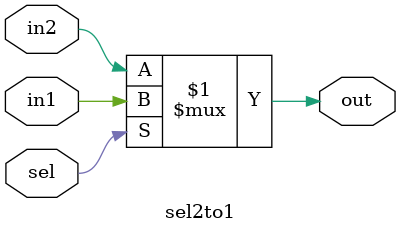
<source format=v>
module top_module (
    input clk,
    input w, R, E, L,
    output reg Q
);

initial Q=0;
wire out1,out2;
sel2to1 stag1(w,Q,E,out1);
sel2to1 stag2(R,out1,L,out2);
always @(posedge clk) begin
    Q<=out2;
end

endmodule


module sel2to1 (
    input in1,
    input in2,
    input sel,
    output out
);

assign  out=sel?in1:in2;//(in1&sel)|(b&(~sel));

endmodule


</source>
